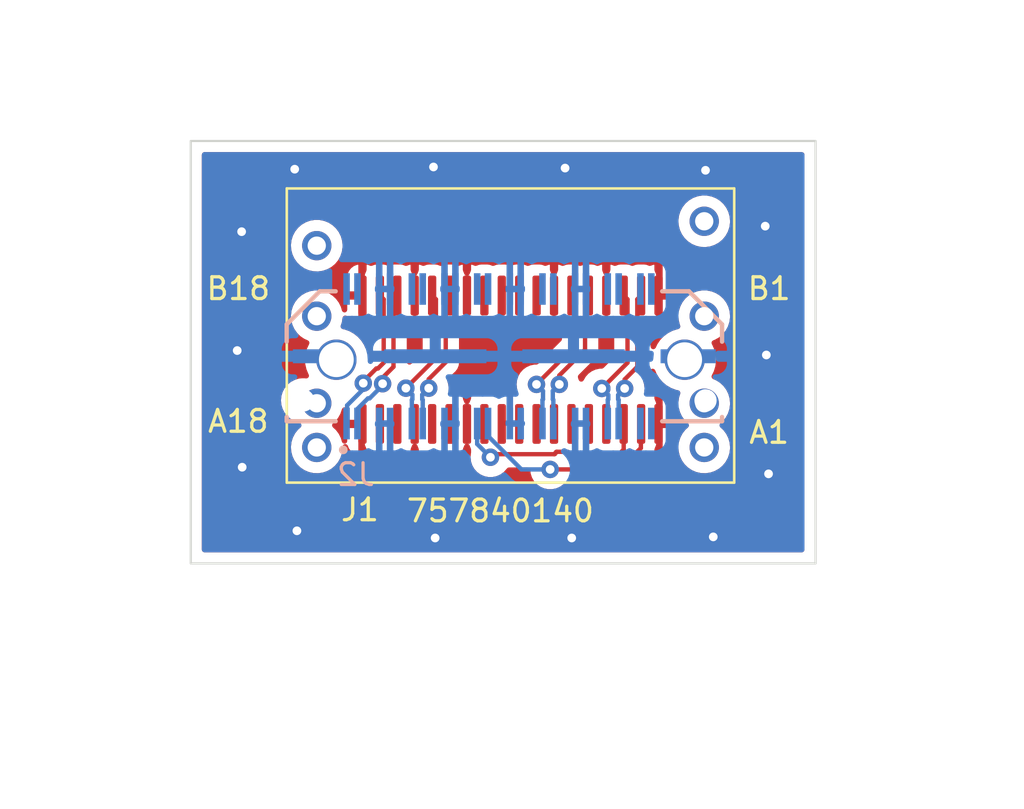
<source format=kicad_pcb>
(kicad_pcb (version 20211014) (generator pcbnew)
  (layers (0 "F.Cu" signal) (1 "In1.Cu" power) (2 "In2.Cu" power) (31 "B.Cu" signal) (34 "B.Paste" user) (35 "F.Paste" user) (36 "B.SilkS" user "B.Silkscreen") (37 "F.SilkS" user "F.Silkscreen") (38 "B.Mask" user) (39 "F.Mask" user) (44 "Edge.Cuts" user))
  (net 0 "")
  (net 7 "GND")
  (net 8 "/DSI_CKN")
  (net 9 "/DSI_CKP")
  (net 10 "/DSI_TS_nRST")
  (net 11 "/DSI_D0_N")
  (net 12 "/DSI_D0_P")
  (net 13 "/DSI_D1_N")
  (net 14 "/DSI_D1_P")
  (net 15 "/DSI_TS_nINT")
  (net 16 "/DSI_TS_SDA")
  (net 17 "/DSI_TS_SCL")
  (net 18 "/DSI_D2_N")
  (net 19 "/DSI_D2_P")
  (net 20 "/DSI_D3_N")
  (net 21 "/DSI_D3_P")
  (footprint "Molex_757840140:757840140" (layer "F.Cu") (at 94.6912 119.507)
    (fp_text reference "J1" (at -13.716 4.064) (layer "F.SilkS"))
    (fp_text value "757840140" (at -7.2644 4.1148) (layer "F.SilkS"))
    (fp_text user "B1" (at 5.08 -6.096 unlocked) (layer "F.SilkS"))
    (fp_text user "B18" (at -19.304 -6.096 unlocked) (layer "F.SilkS"))
    (fp_text user "A18" (at -19.304 0 unlocked) (layer "F.SilkS"))
    (fp_text user "A1" (at 5.08 0.508 unlocked) (layer "F.SilkS"))
    (fp_line (start 3.477001 -10.696999) (end -17.076999 -10.696999) (layer "F.SilkS") (width 0.12))
    (fp_line (start -17.076999 2.815801) (end 3.477001 2.815801) (layer "F.SilkS") (width 0.12))
    (fp_line (start 3.477001 2.815801) (end 3.477001 -10.696999) (layer "F.SilkS") (width 0.12))
    (fp_line (start -17.076999 -10.696999) (end -17.076999 2.815801) (layer "F.SilkS") (width 0.12))
    (pad "37" thru_hole circle (at -15.700032 -8.069999) (size 1.3462 1.3462) (drill 0.8382) (layers *.Cu *.Mask))
    (pad "38" thru_hole circle (at 2.100034 -9.189999) (size 1.3462 1.3462) (drill 0.8382) (layers *.Cu *.Mask))
    (pad "39" thru_hole circle (at -15.699999 -4.829999) (size 1.3462 1.3462) (drill 0.8382) (layers *.Cu *.Mask))
    (pad "40" thru_hole circle (at 2.100001 -4.829999) (size 1.3462 1.3462) (drill 0.8382) (layers *.Cu *.Mask))
    (pad "41" thru_hole circle (at -14.800001 -2.829999) (size 1.8542 1.8542) (drill 1.6002) (layers *.Cu *.Mask))
    (pad "42" thru_hole circle (at 1.200003 -2.829999) (size 1.8542 1.8542) (drill 1.6002) (layers *.Cu *.Mask))
    (pad "43" thru_hole circle (at -15.699999 -0.829999) (size 1.3462 1.3462) (drill 0.8382) (layers *.Cu *.Mask))
    (pad "44" thru_hole circle (at 2.100001 -0.829999) (size 1.3462 1.3462) (drill 0.8382) (layers *.Cu *.Mask))
    (pad "45" thru_hole circle (at -15.699999 1.200001) (size 1.3462 1.3462) (drill 0.8382) (layers *.Cu *.Mask))
    (pad "46" thru_hole circle (at 2.100001 1.200001) (size 1.3462 1.3462) (drill 0.8382) (layers *.Cu *.Mask))
    (pad "A1" smd roundrect (at 0 0.12) (size 0.381 1.8288) (layers "F.Cu" "F.Paste" "F.Mask") (net 7 "GND"))
    (pad "A2" smd roundrect (at -0.799998 0.12) (size 0.381 1.8288) (layers "F.Cu" "F.Paste" "F.Mask") (net 8 "/DSI_CKN"))
    (pad "A3" smd roundrect (at -1.599999 0.12) (size 0.381 1.8288) (layers "F.Cu" "F.Paste" "F.Mask") (net 9 "/DSI_CKP"))
    (pad "A4" smd roundrect (at -2.4 0.12) (size 0.381 1.8288) (layers "F.Cu" "F.Paste" "F.Mask") (net 7 "GND"))
    (pad "A5" smd roundrect (at -3.199998 0.12) (size 0.381 1.8288) (layers "F.Cu" "F.Paste" "F.Mask"))
    (pad "A6" smd roundrect (at -3.999999 0.12) (size 0.381 1.8288) (layers "F.Cu" "F.Paste" "F.Mask"))
    (pad "A7" smd roundrect (at -4.799998 0.12) (size 0.381 1.8288) (layers "F.Cu" "F.Paste" "F.Mask") (net 7 "GND"))
    (pad "A8" smd roundrect (at -5.599999 0.12) (size 0.381 1.8288) (layers "F.Cu" "F.Paste" "F.Mask"))
    (pad "A9" smd roundrect (at -6.4 0.12) (size 0.381 1.8288) (layers "F.Cu" "F.Paste" "F.Mask"))
    (pad "A10" smd roundrect (at -7.199998 0.12) (size 0.381 1.8288) (layers "F.Cu" "F.Paste" "F.Mask") (net 10 "/DSI_TS_nRST"))
    (pad "A11" smd roundrect (at -7.999999 0.12) (size 0.381 1.8288) (layers "F.Cu" "F.Paste" "F.Mask"))
    (pad "A12" smd roundrect (at -8.799997 0.12) (size 0.381 1.8288) (layers "F.Cu" "F.Paste" "F.Mask") (net 7 "GND"))
    (pad "A13" smd roundrect (at -9.599998 0.12) (size 0.381 1.8288) (layers "F.Cu" "F.Paste" "F.Mask"))
    (pad "A14" smd roundrect (at -10.399999 0.12) (size 0.381 1.8288) (layers "F.Cu" "F.Paste" "F.Mask"))
    (pad "A15" smd roundrect (at -11.199998 0.12) (size 0.381 1.8288) (layers "F.Cu" "F.Paste" "F.Mask") (net 7 "GND"))
    (pad "A16" smd roundrect (at -11.999999 0.12) (size 0.381 1.8288) (layers "F.Cu" "F.Paste" "F.Mask"))
    (pad "A17" smd roundrect (at -12.799997 0.12) (size 0.381 1.8288) (layers "F.Cu" "F.Paste" "F.Mask"))
    (pad "A18" smd roundrect (at -13.599998 0.12) (size 0.381 1.8288) (layers "F.Cu" "F.Paste" "F.Mask") (net 7 "GND"))
    (pad "B1" smd roundrect (at 0 -5.779998) (size 0.381 1.8288) (layers "F.Cu" "F.Paste" "F.Mask") (net 7 "GND"))
    (pad "B2" smd roundrect (at -0.799998 -5.779998) (size 0.381 1.8288) (layers "F.Cu" "F.Paste" "F.Mask") (net 11 "/DSI_D0_N"))
    (pad "B3" smd roundrect (at -1.599999 -5.779998) (size 0.381 1.8288) (layers "F.Cu" "F.Paste" "F.Mask") (net 12 "/DSI_D0_P"))
    (pad "B4" smd roundrect (at -2.4 -5.779998) (size 0.381 1.8288) (layers "F.Cu" "F.Paste" "F.Mask") (net 7 "GND"))
    (pad "B5" smd roundrect (at -3.199998 -5.779998) (size 0.381 1.8288) (layers "F.Cu" "F.Paste" "F.Mask") (net 13 "/DSI_D1_N"))
    (pad "B6" smd roundrect (at -3.999999 -5.779998) (size 0.381 1.8288) (layers "F.Cu" "F.Paste" "F.Mask") (net 14 "/DSI_D1_P"))
    (pad "B7" smd roundrect (at -4.799998 -5.779998) (size 0.381 1.8288) (layers "F.Cu" "F.Paste" "F.Mask") (net 7 "GND"))
    (pad "B8" smd roundrect (at -5.599999 -5.779998) (size 0.381 1.8288) (layers "F.Cu" "F.Paste" "F.Mask"))
    (pad "B9" smd roundrect (at -6.4 -5.779998) (size 0.381 1.8288) (layers "F.Cu" "F.Paste" "F.Mask") (net 15 "/DSI_TS_nINT"))
    (pad "B10" smd roundrect (at -7.199998 -5.779998) (size 0.381 1.8288) (layers "F.Cu" "F.Paste" "F.Mask") (net 16 "/DSI_TS_SDA"))
    (pad "B11" smd roundrect (at -7.999999 -5.779998) (size 0.381 1.8288) (layers "F.Cu" "F.Paste" "F.Mask") (net 17 "/DSI_TS_SCL"))
    (pad "B12" smd roundrect (at -8.799997 -5.779998) (size 0.381 1.8288) (layers "F.Cu" "F.Paste" "F.Mask") (net 7 "GND"))
    (pad "B13" smd roundrect (at -9.599998 -5.779998) (size 0.381 1.8288) (layers "F.Cu" "F.Paste" "F.Mask") (net 18 "/DSI_D2_N"))
    (pad "B14" smd roundrect (at -10.399999 -5.779998) (size 0.381 1.8288) (layers "F.Cu" "F.Paste" "F.Mask") (net 19 "/DSI_D2_P"))
    (pad "B15" smd roundrect (at -11.199998 -5.779998) (size 0.381 1.8288) (layers "F.Cu" "F.Paste" "F.Mask") (net 7 "GND"))
    (pad "B16" smd roundrect (at -11.999999 -5.779998) (size 0.381 1.8288) (layers "F.Cu" "F.Paste" "F.Mask") (net 20 "/DSI_D3_N"))
    (pad "B17" smd roundrect (at -12.799997 -5.779998) (size 0.381 1.8288) (layers "F.Cu" "F.Paste" "F.Mask") (net 21 "/DSI_D3_P"))
    (pad "B18" smd roundrect (at -13.599998 -5.779998) (size 0.381 1.8288) (layers "F.Cu" "F.Paste" "F.Mask") (net 7 "GND"))
  )
  (footprint "QTH-020-01-X-D-DP-A:SAMTEC_QTH-020-01-X-D-DP-A" (layer "B.Cu") (at 87.61 116.5186)
    (fp_text reference "J2" (at -6.825 5.435) (layer "B.SilkS") (effects (justify mirror)))
    (fp_text value "QTH-020-01-X-D-DP-A")
    (fp_line (start -8.48 -2.985) (end -7.75 -2.985) (layer "B.SilkS") (width 0.2))
    (fp_line (start 10 -0.67) (end 10 -1.465) (layer "B.SilkS") (width 0.2))
    (fp_line (start -10 2.985) (end -7.75 2.985) (layer "B.SilkS") (width 0.2))
    (fp_line (start -10 -1.465) (end -8.48 -2.985) (layer "B.SilkS") (width 0.2))
    (fp_line (start -10 2.79) (end -10 2.985) (layer "B.SilkS") (width 0.2))
    (fp_line (start -10 -0.67) (end -10 -1.465) (layer "B.SilkS") (width 0.2))
    (fp_line (start 8.48 -2.985) (end 7.25 -2.985) (layer "B.SilkS") (width 0.2))
    (fp_line (start 10 2.79) (end 10 2.985) (layer "B.SilkS") (width 0.2))
    (fp_line (start 10 -1.465) (end 8.48 -2.985) (layer "B.SilkS") (width 0.2))
    (fp_line (start 10 2.985) (end 7.25 2.985) (layer "B.SilkS") (width 0.2))
    (fp_circle (center -7.4 4.3) (end -7.3 4.3) (layer "B.SilkS") (width 0.2) (fill none))
    (pad "" np_thru_hole circle locked (at 9.24 2.03) (size 1.02 1.02) (drill 1.02) (layers *.Cu *.Mask))
    (pad "" np_thru_hole circle locked (at -9.24 2.03) (size 1.02 1.02) (drill 1.02) (layers *.Cu *.Mask))
    (pad "01" smd rect locked (at -7.25 3.09) (size 0.3 1.45) (layers "B.Cu" "B.Paste" "B.Mask") (net 21 "/DSI_D3_P"))
    (pad "02" smd rect locked (at -7.25 -3.09) (size 0.3 1.45) (layers "B.Cu" "B.Paste" "B.Mask"))
    (pad "03" smd rect locked (at -6.75 3.09) (size 0.3 1.45) (layers "B.Cu" "B.Paste" "B.Mask") (net 20 "/DSI_D3_N"))
    (pad "04" smd rect locked (at -6.75 -3.09) (size 0.3 1.45) (layers "B.Cu" "B.Paste" "B.Mask"))
    (pad "05" smd rect locked (at -5.75 3.09) (size 0.3 1.45) (layers "B.Cu" "B.Paste" "B.Mask") (net 7 "GND"))
    (pad "06" smd rect locked (at -5.75 -3.09) (size 0.3 1.45) (layers "B.Cu" "B.Paste" "B.Mask") (net 7 "GND"))
    (pad "07" smd rect locked (at -5.25 3.09) (size 0.3 1.45) (layers "B.Cu" "B.Paste" "B.Mask") (net 7 "GND"))
    (pad "08" smd rect locked (at -5.25 -3.09) (size 0.3 1.45) (layers "B.Cu" "B.Paste" "B.Mask") (net 7 "GND"))
    (pad "09" smd rect locked (at -4.25 3.09) (size 0.3 1.45) (layers "B.Cu" "B.Paste" "B.Mask") (net 19 "/DSI_D2_P"))
    (pad "10" smd rect locked (at -4.25 -3.09) (size 0.3 1.45) (layers "B.Cu" "B.Paste" "B.Mask"))
    (pad "11" smd rect locked (at -3.75 3.09) (size 0.3 1.45) (layers "B.Cu" "B.Paste" "B.Mask") (net 18 "/DSI_D2_N"))
    (pad "12" smd rect locked (at -3.75 -3.09) (size 0.3 1.45) (layers "B.Cu" "B.Paste" "B.Mask"))
    (pad "13" smd rect locked (at -2.75 3.09) (size 0.3 1.45) (layers "B.Cu" "B.Paste" "B.Mask") (net 7 "GND"))
    (pad "14" smd rect locked (at -2.75 -3.09) (size 0.3 1.45) (layers "B.Cu" "B.Paste" "B.Mask") (net 7 "GND"))
    (pad "15" smd rect locked (at -2.25 3.09) (size 0.3 1.45) (layers "B.Cu" "B.Paste" "B.Mask") (net 7 "GND"))
    (pad "16" smd rect locked (at -2.25 -3.09) (size 0.3 1.45) (layers "B.Cu" "B.Paste" "B.Mask") (net 7 "GND"))
    (pad "17" smd rect locked (at -1.25 3.09) (size 0.3 1.45) (layers "B.Cu" "B.Paste" "B.Mask") (net 9 "/DSI_CKP"))
    (pad "18" smd rect locked (at -1.25 -3.09) (size 0.3 1.45) (layers "B.Cu" "B.Paste" "B.Mask"))
    (pad "19" smd rect locked (at -0.75 3.09) (size 0.3 1.45) (layers "B.Cu" "B.Paste" "B.Mask") (net 8 "/DSI_CKN"))
    (pad "20" smd rect locked (at -0.75 -3.09) (size 0.3 1.45) (layers "B.Cu" "B.Paste" "B.Mask"))
    (pad "21" smd rect locked (at 0.25 3.09) (size 0.3 1.45) (layers "B.Cu" "B.Paste" "B.Mask") (net 7 "GND"))
    (pad "22" smd rect locked (at 0.25 -3.09) (size 0.3 1.45) (layers "B.Cu" "B.Paste" "B.Mask") (net 7 "GND"))
    (pad "23" smd rect locked (at 0.75 3.09) (size 0.3 1.45) (layers "B.Cu" "B.Paste" "B.Mask") (net 7 "GND"))
    (pad "24" smd rect locked (at 0.75 -3.09) (size 0.3 1.45) (layers "B.Cu" "B.Paste" "B.Mask") (net 7 "GND"))
    (pad "25" smd rect locked (at 1.75 3.09) (size 0.3 1.45) (layers "B.Cu" "B.Paste" "B.Mask") (net 14 "/DSI_D1_P"))
    (pad "26" smd rect locked (at 1.75 -3.09) (size 0.3 1.45) (layers "B.Cu" "B.Paste" "B.Mask"))
    (pad "27" smd rect locked (at 2.25 3.09) (size 0.3 1.45) (layers "B.Cu" "B.Paste" "B.Mask") (net 13 "/DSI_D1_N"))
    (pad "28" smd rect locked (at 2.25 -3.09) (size 0.3 1.45) (layers "B.Cu" "B.Paste" "B.Mask"))
    (pad "29" smd rect locked (at 3.25 3.09) (size 0.3 1.45) (layers "B.Cu" "B.Paste" "B.Mask") (net 7 "GND"))
    (pad "30" smd rect locked (at 3.25 -3.09) (size 0.3 1.45) (layers "B.Cu" "B.Paste" "B.Mask") (net 7 "GND"))
    (pad "31" smd rect locked (at 3.75 3.09) (size 0.3 1.45) (layers "B.Cu" "B.Paste" "B.Mask") (net 7 "GND"))
    (pad "32" smd rect locked (at 3.75 -3.09) (size 0.3 1.45) (layers "B.Cu" "B.Paste" "B.Mask") (net 7 "GND"))
    (pad "33" smd rect locked (at 4.75 3.09) (size 0.3 1.45) (layers "B.Cu" "B.Paste" "B.Mask") (net 12 "/DSI_D0_P"))
    (pad "34" smd rect locked (at 4.75 -3.09) (size 0.3 1.45) (layers "B.Cu" "B.Paste" "B.Mask"))
    (pad "35" smd rect locked (at 5.25 3.09) (size 0.3 1.45) (layers "B.Cu" "B.Paste" "B.Mask") (net 11 "/DSI_D0_N"))
    (pad "36" smd rect locked (at 5.25 -3.09) (size 0.3 1.45) (layers "B.Cu" "B.Paste" "B.Mask"))
    (pad "37" smd rect locked (at 6.25 3.09) (size 0.3 1.45) (layers "B.Cu" "B.Paste" "B.Mask") (net 10 "/DSI_TS_nRST"))
    (pad "38" smd rect locked (at 6.25 -3.09) (size 0.3 1.45) (layers "B.Cu" "B.Paste" "B.Mask") (net 15 "/DSI_TS_nINT"))
    (pad "39" smd rect locked (at 6.75 3.09) (size 0.3 1.45) (layers "B.Cu" "B.Paste" "B.Mask") (net 16 "/DSI_TS_SDA"))
    (pad "40" smd rect locked (at 6.75 -3.09) (size 0.3 1.45) (layers "B.Cu" "B.Paste" "B.Mask") (net 17 "/DSI_TS_SCL"))
    (pad "G1" smd rect locked (at -8.445 0) (size 2.54 0.64) (layers "B.Cu" "B.Paste" "B.Mask") (net 7 "GND"))
    (pad "G2" smd rect locked (at -3.175 0) (size 4.7 0.64) (layers "B.Cu" "B.Paste" "B.Mask") (net 7 "GND"))
    (pad "G3" smd rect locked (at 3.175 0) (size 4.7 0.64) (layers "B.Cu" "B.Paste" "B.Mask") (net 7 "GND"))
    (pad "G4" smd rect locked (at 8.445 0) (size 2.54 0.64) (layers "B.Cu" "B.Paste" "B.Mask") (net 7 "GND"))
  )
  (gr_rect (start 73.2028 106.6292) (end 101.9048 126.0348) (layer "Edge.Cuts") (width 0.1) (fill none))
  (via (at 99.5934 110.5408) (size 0.8) (drill 0.4) (layers "F.Cu" "B.Cu") (net 7))
  (via (at 77.978 107.9246) (size 0.8) (drill 0.4) (layers "F.Cu" "B.Cu") (net 7))
  (via (at 75.565 121.6152) (size 0.8) (drill 0.4) (layers "F.Cu" "B.Cu") (net 7))
  (via (at 78.0796 124.5362) (size 0.8) (drill 0.4) (layers "F.Cu" "B.Cu") (net 7))
  (via (at 97.2058 124.8156) (size 0.8) (drill 0.4) (layers "F.Cu" "B.Cu") (net 7))
  (via (at 90.3986 107.8738) (size 0.8) (drill 0.4) (layers "F.Cu" "B.Cu") (net 7))
  (via (at 90.7034 124.8664) (size 0.8) (drill 0.4) (layers "F.Cu" "B.Cu") (net 7))
  (via (at 99.7458 121.92) (size 0.8) (drill 0.4) (layers "F.Cu" "B.Cu") (net 7))
  (via (at 84.4296 124.8664) (size 0.8) (drill 0.4) (layers "F.Cu" "B.Cu") (net 7))
  (via (at 84.3534 107.823) (size 0.8) (drill 0.4) (layers "F.Cu" "B.Cu") (net 7))
  (via (at 99.6442 116.459) (size 0.8) (drill 0.4) (layers "F.Cu" "B.Cu") (net 7))
  (via (at 96.8502 107.9754) (size 0.8) (drill 0.4) (layers "F.Cu" "B.Cu") (net 7))
  (via (at 75.3364 116.2558) (size 0.8) (drill 0.4) (layers "F.Cu" "B.Cu") (net 7))
  (via (at 75.5396 110.7948) (size 0.8) (drill 0.4) (layers "F.Cu" "B.Cu") (net 7))
  (segment (start 92.898354 121.7168) (end 89.7128 121.7168) (width 0.2) (layer "F.Cu") (net 8))
  (segment (start 93.881221 119.636981) (end 93.881221 120.733933) (width 0.2) (layer "F.Cu") (net 8))
  (segment (start 93.881221 120.733933) (end 92.898354 121.7168) (width 0.2) (layer "F.Cu") (net 8))
  (segment (start 93.891202 119.627) (end 93.881221 119.636981) (width 0.2) (layer "F.Cu") (net 8))
  (via (at 89.7128 121.7168) (size 0.8) (drill 0.4) (layers "F.Cu" "B.Cu") (net 8))
  (segment (start 86.86 119.6086) (end 86.86 120.1836) (width 0.2) (layer "B.Cu") (net 8))
  (segment (start 88.3932 121.7168) (end 89.7128 121.7168) (width 0.2) (layer "B.Cu") (net 8))
  (segment (start 86.86 120.1836) (end 88.3932 121.7168) (width 0.2) (layer "B.Cu") (net 8))
  (segment (start 87.110311 121.017289) (end 89.904311 121.017289) (width 0.2) (layer "F.Cu") (net 9))
  (segment (start 90.55959 121.017289) (end 90.579311 121.017289) (width 0.2) (layer "F.Cu") (net 9))
  (segment (start 86.9696 121.158) (end 87.110311 121.017289) (width 0.2) (layer "F.Cu") (net 9))
  (segment (start 89.95959 120.96201) (end 89.95959 120.962009) (width 0.2) (layer "F.Cu") (net 9))
  (segment (start 93.091201 120.802199) (end 93.091201 119.627) (width 0.2) (layer "F.Cu") (net 9))
  (segment (start 92.876111 121.017289) (end 93.091201 120.802199) (width 0.2) (layer "F.Cu") (net 9))
  (segment (start 91.856269 121.017289) (end 92.876111 121.017289) (width 0.2) (layer "F.Cu") (net 9))
  (segment (start 90.579311 121.017289) (end 90.579311 121.147569) (width 0.2) (layer "F.Cu") (net 9))
  (segment (start 90.014869 120.90673) (end 90.504311 120.90673) (width 0.2) (layer "F.Cu") (net 9))
  (segment (start 90.55959 120.96201) (end 90.55959 121.017289) (width 0.2) (layer "F.Cu") (net 9))
  (segment (start 91.30959 121.017289) (end 91.856269 121.017289) (width 0.2) (layer "F.Cu") (net 9))
  (segment (start 90.55959 120.962009) (end 90.55959 120.96201) (width 0.2) (layer "F.Cu") (net 9))
  (segment (start 91.179311 121.147569) (end 91.179311 121.147568) (width 0.2) (layer "F.Cu") (net 9))
  (segment (start 90.70959 121.277848) (end 91.049032 121.277848) (width 0.2) (layer "F.Cu") (net 9))
  (via (at 86.9696 121.158) (size 0.8) (drill 0.4) (layers "F.Cu" "B.Cu") (net 9))
  (arc (start 91.179311 121.147568) (mid 90.918751 121.147567) (end 91.179311 121.147569) (width 0.2) (layer "F.Cu") (net 9))
  (arc (start 90.579311 121.147569) (mid 90.617469 121.23969) (end 90.70959 121.277848) (width 0.2) (layer "F.Cu") (net 9))
  (arc (start 89.95959 120.962009) (mid 89.975781 120.922921) (end 90.014869 120.90673) (width 0.2) (layer "F.Cu") (net 9))
  (arc (start 90.504311 120.90673) (mid 90.543399 120.922921) (end 90.55959 120.962009) (width 0.2) (layer "F.Cu") (net 9))
  (arc (start 91.049032 121.277848) (mid 91.141153 121.23969) (end 91.179311 121.147568) (width 0.2) (layer "F.Cu") (net 9))
  (arc (start 91.179311 121.147568) (mid 91.217469 121.055447) (end 91.30959 121.017289) (width 0.2) (layer "F.Cu") (net 9))
  (arc (start 89.904311 121.017289) (mid 89.943399 121.001098) (end 89.95959 120.96201) (width 0.2) (layer "F.Cu") (net 9))
  (segment (start 86.36 119.6086) (end 86.36 120.5484) (width 0.2) (layer "B.Cu") (net 9))
  (segment (start 86.36 120.5484) (end 86.9696 121.158) (width 0.2) (layer "B.Cu") (net 9))
  (segment (start 93.716202 113.902002) (end 93.716202 117.003101) (width 0.2) (layer "F.Cu") (net 11))
  (segment (start 93.135 117.584303) (end 93.135 117.997906) (width 0.2) (layer "F.Cu") (net 11))
  (segment (start 93.716202 117.003101) (end 93.135 117.584303) (width 0.2) (layer "F.Cu") (net 11))
  (segment (start 93.891202 113.727002) (end 93.716202 113.902002) (width 0.2) (layer "F.Cu") (net 11))
  (via (at 93.135 117.997906) (size 0.8) (drill 0.4) (layers "F.Cu" "B.Cu") (net 11))
  (segment (start 92.86 118.521099) (end 92.835 118.496099) (width 0.2) (layer "B.Cu") (net 11))
  (segment (start 92.835 118.496099) (end 92.835001 118.297905) (width 0.2) (layer "B.Cu") (net 11))
  (segment (start 92.86 119.6086) (end 92.86 118.521099) (width 0.2) (layer "B.Cu") (net 11))
  (segment (start 92.835001 118.297905) (end 93.135 117.997906) (width 0.2) (layer "B.Cu") (net 11))
  (segment (start 93.266201 113.902002) (end 93.266201 116.816705) (width 0.2) (layer "F.Cu") (net 12))
  (segment (start 93.091201 113.727002) (end 93.266201 113.902002) (width 0.2) (layer "F.Cu") (net 12))
  (segment (start 93.266201 116.816705) (end 92.085 117.997906) (width 0.2) (layer "F.Cu") (net 12))
  (via (at 92.085 117.997906) (size 0.8) (drill 0.4) (layers "F.Cu" "B.Cu") (net 12))
  (segment (start 92.384999 118.297905) (end 92.085 117.997906) (width 0.2) (layer "B.Cu") (net 12))
  (segment (start 92.36 119.6086) (end 92.36 118.521099) (width 0.2) (layer "B.Cu") (net 12))
  (segment (start 92.36 118.521099) (end 92.385 118.496099) (width 0.2) (layer "B.Cu") (net 12))
  (segment (start 92.385 118.496099) (end 92.384999 118.297905) (width 0.2) (layer "B.Cu") (net 12))
  (segment (start 90.135 117.81061) (end 90.135 117.397007) (width 0.2) (layer "F.Cu") (net 13))
  (segment (start 91.316202 116.215805) (end 91.316202 113.902002) (width 0.2) (layer "F.Cu") (net 13))
  (segment (start 91.316202 113.902002) (end 91.491202 113.727002) (width 0.2) (layer "F.Cu") (net 13))
  (segment (start 90.135 117.397007) (end 91.316202 116.215805) (width 0.2) (layer "F.Cu") (net 13))
  (via (at 90.135 117.81061) (size 0.8) (drill 0.4) (layers "F.Cu" "B.Cu") (net 13))
  (segment (start 89.86 118.521099) (end 89.835 118.496099) (width 0.2) (layer "B.Cu") (net 13))
  (segment (start 89.835001 118.110609) (end 90.135 117.81061) (width 0.2) (layer "B.Cu") (net 13))
  (segment (start 89.835 118.496099) (end 89.835001 118.110609) (width 0.2) (layer "B.Cu") (net 13))
  (segment (start 89.86 119.6086) (end 89.86 118.521099) (width 0.2) (layer "B.Cu") (net 13))
  (segment (start 89.085 117.81061) (end 90.866201 116.029409) (width 0.2) (layer "F.Cu") (net 14))
  (segment (start 90.866201 113.902002) (end 90.691201 113.727002) (width 0.2) (layer "F.Cu") (net 14))
  (segment (start 90.866201 116.029409) (end 90.866201 113.902002) (width 0.2) (layer "F.Cu") (net 14))
  (via (at 89.085 117.81061) (size 0.8) (drill 0.4) (layers "F.Cu" "B.Cu") (net 14))
  (segment (start 89.384999 118.110609) (end 89.085 117.81061) (width 0.2) (layer "B.Cu") (net 14))
  (segment (start 89.385 118.496099) (end 89.384999 118.110609) (width 0.2) (layer "B.Cu") (net 14))
  (segment (start 89.36 119.6086) (end 89.36 118.521099) (width 0.2) (layer "B.Cu") (net 14))
  (segment (start 89.36 118.521099) (end 89.385 118.496099) (width 0.2) (layer "B.Cu") (net 14))
  (segment (start 84.916202 116.789067) (end 84.916202 113.902002) (width 0.2) (layer "F.Cu") (net 18))
  (segment (start 84.916202 113.902002) (end 85.091202 113.727002) (width 0.2) (layer "F.Cu") (net 18))
  (segment (start 84.135 117.570269) (end 84.916202 116.789067) (width 0.2) (layer "F.Cu") (net 18))
  (segment (start 84.135 117.983872) (end 84.135 117.570269) (width 0.2) (layer "F.Cu") (net 18))
  (via (at 84.135 117.983872) (size 0.8) (drill 0.4) (layers "F.Cu" "B.Cu") (net 18))
  (segment (start 83.835001 118.283871) (end 84.135 117.983872) (width 0.2) (layer "B.Cu") (net 18))
  (segment (start 83.835 118.496099) (end 83.835001 118.283871) (width 0.2) (layer "B.Cu") (net 18))
  (segment (start 83.86 119.6086) (end 83.86 118.521099) (width 0.2) (layer "B.Cu") (net 18))
  (segment (start 83.86 118.521099) (end 83.835 118.496099) (width 0.2) (layer "B.Cu") (net 18))
  (segment (start 84.466201 116.602671) (end 84.466201 113.902002) (width 0.2) (layer "F.Cu") (net 19))
  (segment (start 84.466201 113.902002) (end 84.291201 113.727002) (width 0.2) (layer "F.Cu") (net 19))
  (segment (start 83.085 117.983872) (end 84.466201 116.602671) (width 0.2) (layer "F.Cu") (net 19))
  (via (at 83.085 117.983872) (size 0.8) (drill 0.4) (layers "F.Cu" "B.Cu") (net 19))
  (segment (start 83.36 119.6086) (end 83.36 118.521099) (width 0.2) (layer "B.Cu") (net 19))
  (segment (start 83.36 118.521099) (end 83.385 118.496099) (width 0.2) (layer "B.Cu") (net 19))
  (segment (start 83.385 118.496099) (end 83.384999 118.283871) (width 0.2) (layer "B.Cu") (net 19))
  (segment (start 83.384999 118.283871) (end 83.085 117.983872) (width 0.2) (layer "B.Cu") (net 19))
  (segment (start 82.691201 113.727002) (end 82.516203 113.902) (width 0.2) (layer "F.Cu") (net 20))
  (segment (start 82.516203 117.002194) (end 82.0166 117.501797) (width 0.2) (layer "F.Cu") (net 20))
  (segment (start 82.516203 113.902) (end 82.516203 117.002194) (width 0.2) (layer "F.Cu") (net 20))
  (segment (start 82.0166 117.501797) (end 82.0166 117.7798) (width 0.2) (layer "F.Cu") (net 20))
  (via (at 82.0166 117.7798) (size 0.8) (drill 0.4) (layers "F.Cu" "B.Cu") (net 20))
  (segment (start 81.827111 117.969289) (end 81.827111 118.044148) (width 0.2) (layer "B.Cu") (net 20))
  (segment (start 81.827111 118.044148) (end 81.417348 118.453911) (width 0.2) (layer "B.Cu") (net 20))
  (segment (start 80.835 119.0086) (end 80.86 119.0336) (width 0.2) (layer "B.Cu") (net 20))
  (segment (start 81.342489 118.453911) (end 80.835 118.9614) (width 0.2) (layer "B.Cu") (net 20))
  (segment (start 80.835 118.9614) (end 80.835 119.0086) (width 0.2) (layer "B.Cu") (net 20))
  (segment (start 80.86 119.0336) (end 80.86 119.6086) (width 0.2) (layer "B.Cu") (net 20))
  (segment (start 81.417348 118.453911) (end 81.342489 118.453911) (width 0.2) (layer "B.Cu") (net 20))
  (segment (start 82.0166 117.7798) (end 81.827111 117.969289) (width 0.2) (layer "B.Cu") (net 20))
  (segment (start 81.801711 117.080289) (end 81.726852 117.080289) (width 0.2) (layer "F.Cu") (net 21))
  (segment (start 81.726852 117.080289) (end 81.317089 117.490052) (width 0.2) (layer "F.Cu") (net 21))
  (segment (start 81.891203 113.727002) (end 82.066201 113.902) (width 0.2) (layer "F.Cu") (net 21))
  (segment (start 81.317089 117.564911) (end 81.1276 117.7544) (width 0.2) (layer "F.Cu") (net 21))
  (segment (start 81.317089 117.490052) (end 81.317089 117.564911) (width 0.2) (layer "F.Cu") (net 21))
  (segment (start 82.066201 116.815799) (end 81.801711 117.080289) (width 0.2) (layer "F.Cu") (net 21))
  (segment (start 82.066201 113.902) (end 82.066201 116.815799) (width 0.2) (layer "F.Cu") (net 21))
  (via (at 81.1276 117.7544) (size 0.8) (drill 0.4) (layers "F.Cu" "B.Cu") (net 21))
  (segment (start 81.1276 117.7544) (end 81.1276 118.032403) (width 0.2) (layer "B.Cu") (net 21))
  (segment (start 81.1276 118.032403) (end 80.385 118.775003) (width 0.2) (layer "B.Cu") (net 21))
  (segment (start 80.36 119.0336) (end 80.36 119.6086) (width 0.2) (layer "B.Cu") (net 21))
  (segment (start 80.385 118.775003) (end 80.385 119.0086) (width 0.2) (layer "B.Cu") (net 21))
  (segment (start 80.385 119.0086) (end 80.36 119.0336) (width 0.2) (layer "B.Cu") (net 21))
  (zone (net 7) (net_name "GND") (layers "F.Cu" "In1.Cu" "In2.Cu" "B.Cu") (connect_pads (clearance 0.508)) (min_thickness 0.254) (fill yes (thermal_gap 0.508) (thermal_bridge_width 0.508))
    (polygon (pts (xy 111.4806 137.3124) (xy 64.4398 137.3124) (xy 64.4398 100.1522) (xy 111.4806 100.1522)))
  )
)
</source>
